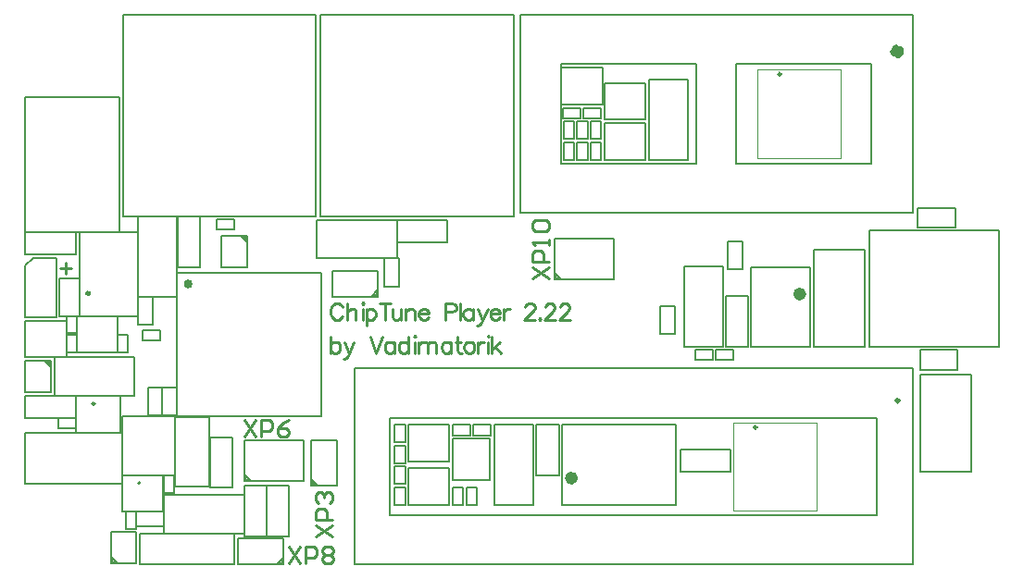
<source format=gto>
G04 Layer_Color=65535*
%FSLAX44Y44*%
%MOMM*%
G71*
G01*
G75*
%ADD48C,0.3000*%
%ADD50C,0.4000*%
%ADD51C,0.1500*%
%ADD52C,0.6000*%
%ADD54C,1.0000*%
%ADD69C,0.2500*%
%ADD70C,0.2000*%
%ADD71C,0.1000*%
%ADD72C,0.2540*%
%ADD73R,0.5000X0.2000*%
%ADD74R,0.2250X0.3500*%
%ADD75R,0.0750X0.1750*%
%ADD76R,0.2000X0.5000*%
%ADD77R,0.3500X0.2250*%
%ADD78R,0.1750X0.0750*%
D48*
X61596Y252250D02*
G03*
X61596Y252250I-1346J0D01*
G01*
X801914Y154000D02*
G03*
X801914Y154000I-1414J0D01*
G01*
D50*
X153750Y260750D02*
G03*
X153750Y260750I-2000J0D01*
G01*
D51*
X94500Y36250D02*
X104000D01*
Y52250D01*
X94500D02*
X104000D01*
X94500Y36250D02*
Y52250D01*
X87250Y198000D02*
X96750D01*
Y214000D01*
X87250D02*
X96750D01*
X87250Y198000D02*
Y214000D01*
X494000Y58000D02*
Y131750D01*
Y58000D02*
X508250D01*
X597500D01*
X494000Y131750D02*
X597500D01*
Y58000D02*
Y131750D01*
X95000Y139250D02*
X139750D01*
X91250D02*
X95000D01*
X91250Y85750D02*
Y139250D01*
X139750Y85750D02*
Y139250D01*
X91250Y85750D02*
X139750D01*
X878250Y309500D02*
X893000D01*
Y203500D02*
Y309500D01*
X774500Y203500D02*
X893000D01*
X774500D02*
Y309500D01*
X871750D01*
X878250D01*
X666500Y276000D02*
X712500D01*
X666500Y264750D02*
Y276000D01*
Y203500D02*
Y264750D01*
Y203500D02*
X676250D01*
X720250D01*
Y212000D01*
Y276000D01*
X712500D02*
X720250D01*
X415750Y58500D02*
Y74500D01*
X406250Y58500D02*
X415750D01*
X406250D02*
Y74500D01*
X415750D01*
X470250Y131750D02*
X490750D01*
X470250Y85750D02*
Y131750D01*
Y85750D02*
X490750D01*
Y131750D01*
X403250Y58500D02*
Y74500D01*
X393750Y58500D02*
X403250D01*
X393750D02*
Y74500D01*
X403250D01*
X393750Y111250D02*
Y119000D01*
X427250D01*
Y81500D02*
Y119000D01*
X393750Y81500D02*
X427250D01*
X393750D02*
Y108500D01*
Y111250D01*
X393750Y131750D02*
X409750D01*
Y122250D02*
Y131750D01*
X393750Y122250D02*
X409750D01*
X393750D02*
Y131750D01*
X431750Y58250D02*
Y131750D01*
X467250D01*
Y58250D02*
Y131750D01*
X431750Y58250D02*
X467250D01*
X412750Y122250D02*
X428750D01*
X412750D02*
Y131750D01*
X428750D01*
Y122250D02*
Y131750D01*
X517000Y374500D02*
Y390500D01*
X507500Y374500D02*
X517000D01*
X507500D02*
Y390500D01*
X517000D01*
X507500Y393500D02*
Y409500D01*
X517000D01*
Y393500D02*
Y409500D01*
X507500Y393500D02*
X517000D01*
X522750Y458500D02*
X530500D01*
Y425000D02*
Y458500D01*
X493000Y425000D02*
X530500D01*
X493000D02*
Y458500D01*
X520000D01*
X522750D01*
X495000Y393500D02*
Y409500D01*
X504500D01*
Y393500D02*
Y409500D01*
X495000Y393500D02*
X504500D01*
X494500Y412500D02*
X510500D01*
X494500D02*
Y422000D01*
X510500D01*
Y412500D02*
Y422000D01*
X608500Y374500D02*
Y448000D01*
X573000Y374500D02*
X608500D01*
X573000D02*
Y448000D01*
X608500D01*
X141750Y139250D02*
Y185000D01*
Y139250D02*
X229750D01*
X228250D02*
X273250D01*
Y237250D01*
Y270750D01*
X172250D02*
X273250D01*
X141750D02*
X172250D01*
X141750Y213500D02*
Y270750D01*
Y185000D02*
Y213500D01*
X129500Y38750D02*
Y52250D01*
X104000D02*
X129500D01*
X104000Y38750D02*
Y52250D01*
Y38750D02*
X129500D01*
Y32500D02*
Y68000D01*
Y32500D02*
X203000D01*
Y68000D01*
X129500D02*
X203000D01*
X171500Y74500D02*
X192000D01*
Y120500D01*
X171500D02*
X192000D01*
X171500Y74500D02*
Y120500D01*
X128250Y165750D02*
X141750D01*
X128250Y140250D02*
Y165750D01*
Y140250D02*
X141750D01*
Y165750D01*
X114750D02*
X128250D01*
X114750Y140250D02*
Y165750D01*
Y140250D02*
X128250D01*
Y165750D01*
X110250Y218750D02*
X126250D01*
Y209250D02*
Y218750D01*
X110250Y209250D02*
X126250D01*
X110250D02*
Y218750D01*
X223500Y29750D02*
X244000D01*
Y75750D01*
X223500D02*
X244000D01*
X223500Y29750D02*
Y75750D01*
X203000Y29750D02*
X223500D01*
Y75750D01*
X203000D02*
X223500D01*
X203000Y29750D02*
Y75750D01*
X325250Y249250D02*
Y255250D01*
X325250Y249250D02*
X325250Y249250D01*
X319250Y249250D02*
X325250D01*
X283500D02*
X319250D01*
X325250Y255250D01*
Y272750D01*
X319750D02*
X325250D01*
X283500D02*
X319750D01*
X283500Y249250D02*
Y272750D01*
X200000Y305000D02*
X203750D01*
X182000D02*
X200000D01*
X182000Y300250D02*
Y305000D01*
Y276000D02*
Y300250D01*
Y276000D02*
X189500D01*
X205500D01*
Y278750D01*
Y305000D01*
X203750D02*
X205500D01*
X199500D02*
X205500D01*
X205500Y305000D01*
Y299000D02*
Y305000D01*
X199500Y305000D02*
X205500Y299000D01*
X2750Y230250D02*
X31250D01*
Y284750D01*
X10250D02*
X31250D01*
X2750Y277250D02*
X10250Y284750D01*
X2750Y230250D02*
Y277250D01*
X342750Y319500D02*
X388750D01*
Y299000D02*
Y319500D01*
X342750Y299000D02*
X388750D01*
X342750D02*
Y319500D01*
X269250Y284000D02*
X342750D01*
X269250D02*
Y319500D01*
X342750D01*
Y284000D02*
Y319500D01*
X344750Y258500D02*
Y284000D01*
X331250Y258500D02*
X344750D01*
X331250D02*
Y284000D01*
X344750D01*
X72000Y308250D02*
X88750D01*
Y431750D01*
X86250D02*
X88750D01*
X2750D02*
X86250D01*
X2750Y317750D02*
Y431750D01*
Y308250D02*
X68500D01*
X2750D02*
Y317750D01*
X68500Y308250D02*
X72000D01*
X529500Y412500D02*
Y422000D01*
X513500D02*
X529500D01*
X513500Y412500D02*
Y422000D01*
Y412500D02*
X529500D01*
X340750Y112500D02*
X350250D01*
X340750Y96500D02*
Y112500D01*
Y96500D02*
X350250D01*
Y112500D01*
X129500Y85500D02*
X139000D01*
X129500Y69500D02*
Y85500D01*
Y69500D02*
X139000D01*
Y85500D01*
X540250Y411000D02*
X543000D01*
X570000D01*
Y444500D01*
X532500D02*
X570000D01*
X532500Y411000D02*
Y444500D01*
Y411000D02*
X540250D01*
X361000Y98250D02*
X363750D01*
X390750D01*
Y131750D01*
X353250D02*
X390750D01*
X353250Y98250D02*
Y131750D01*
Y98250D02*
X361000D01*
X495000Y374500D02*
X504500D01*
Y390500D01*
X495000D02*
X504500D01*
X495000Y374500D02*
Y390500D01*
X340750Y131750D02*
X350250D01*
X340750Y115750D02*
Y131750D01*
Y115750D02*
X350250D01*
Y131750D01*
X91250Y52250D02*
X98500D01*
X91250D02*
Y85750D01*
X128750D01*
Y52250D02*
Y85750D01*
X103250Y52250D02*
X128750D01*
X98500D02*
X103250D01*
X520000Y409500D02*
X529500D01*
X520000Y393500D02*
Y409500D01*
Y393500D02*
X529500D01*
Y409500D01*
X340750Y93500D02*
X350250D01*
X340750Y77500D02*
Y93500D01*
Y77500D02*
X350250D01*
Y93500D01*
X2750Y78250D02*
X91250D01*
X2750D02*
Y124750D01*
X91250D01*
Y78250D02*
Y124750D01*
X520000Y390500D02*
X529500D01*
X520000Y374500D02*
Y390500D01*
Y374500D02*
X529500D01*
Y390500D01*
X340750Y74500D02*
X350250D01*
X340750Y58500D02*
Y74500D01*
Y58500D02*
X350250D01*
Y74500D01*
X540250Y374500D02*
X543000D01*
X570000D01*
Y408000D01*
X532500D02*
X570000D01*
X532500Y374500D02*
Y408000D01*
Y374500D02*
X540250D01*
X361000Y58500D02*
X363750D01*
X390750D01*
Y92000D01*
X353250D02*
X390750D01*
X353250Y58500D02*
Y92000D01*
Y58500D02*
X361000D01*
X20750Y190750D02*
X24500D01*
X2750D02*
X20750D01*
X2750Y186000D02*
Y190750D01*
Y161750D02*
Y186000D01*
Y161750D02*
X10250D01*
X26250D01*
Y164500D01*
Y190750D01*
X24500D02*
X26250D01*
X20250D02*
X26250D01*
X26250Y190750D01*
Y184750D02*
Y190750D01*
X20250Y190750D02*
X26250Y184750D01*
X52750Y231500D02*
Y266000D01*
X34250Y231500D02*
X52750D01*
X34250D02*
Y266000D01*
X52750D01*
X76750Y231500D02*
X79500D01*
X49750D02*
X76750D01*
X49750Y198000D02*
Y231500D01*
Y198000D02*
X87250D01*
Y231500D01*
X79500D02*
X87250D01*
X40250Y198000D02*
X49750D01*
Y214000D01*
X40250D02*
X49750D01*
X40250Y198000D02*
Y214000D01*
X106250Y250250D02*
Y301000D01*
Y231500D02*
Y250250D01*
X52750Y231500D02*
X106250D01*
X52750D02*
Y242250D01*
Y308000D01*
X60500D01*
X106250D01*
Y301000D02*
Y308000D01*
X63750Y124750D02*
X67750D01*
X89500D01*
Y158250D01*
X49000D02*
X89500D01*
X49000Y124750D02*
Y158250D01*
Y124750D02*
X63750D01*
X40250Y215500D02*
X49750D01*
Y231500D01*
X40250D02*
X49750D01*
X40250Y215500D02*
Y231500D01*
X2750Y137750D02*
X48750D01*
X2750D02*
Y158250D01*
X48750D01*
Y137750D02*
Y158250D01*
Y128250D02*
Y137750D01*
X32750D02*
X48750D01*
X32750Y128250D02*
Y137750D01*
Y128250D02*
X48750D01*
X29250Y193750D02*
X102750D01*
Y158250D02*
Y193750D01*
X29250Y158250D02*
X102750D01*
X29250D02*
Y193750D01*
X29750Y227250D02*
X32500D01*
X2750D02*
X29750D01*
X2750Y193750D02*
Y227250D01*
Y193750D02*
X40250D01*
Y227250D01*
X32500D02*
X40250D01*
X194000Y310750D02*
Y320250D01*
X178000D02*
X194000D01*
X178000Y310750D02*
Y320250D01*
Y310750D02*
X194000D01*
X142000Y276250D02*
Y322250D01*
X162500D01*
Y276250D02*
Y322250D01*
X142000Y276250D02*
X162500D01*
X106250Y248750D02*
Y322250D01*
X141750D01*
Y248750D02*
Y322250D01*
X106250Y248750D02*
X141750D01*
X119750Y223250D02*
Y248750D01*
X106250Y223250D02*
X119750D01*
X106250D02*
Y248750D01*
X119750D01*
X92000Y363000D02*
Y367750D01*
Y507250D01*
X268500D01*
Y322250D02*
Y507250D01*
X92000Y322250D02*
X268500D01*
X92000D02*
Y363000D01*
X82750Y4750D02*
X86500D01*
X104500D01*
Y9500D01*
Y33750D01*
X97000D02*
X104500D01*
X81000D02*
X97000D01*
X81000Y31000D02*
Y33750D01*
Y4750D02*
Y31000D01*
Y4750D02*
X82750D01*
X81000D02*
X87000D01*
X81000Y4750D02*
X81000Y4750D01*
X81000Y4750D02*
Y10750D01*
X87000Y4750D01*
X181500Y4000D02*
X185250D01*
X107500D02*
X181500D01*
X107500D02*
Y10750D01*
Y32500D01*
X120500D01*
X185250Y4000D02*
X194000D01*
Y14000D01*
Y32500D01*
X120500D02*
X194000D01*
X781500Y49000D02*
Y138000D01*
X347250D02*
X781500D01*
X303750Y6000D02*
Y176000D01*
Y4000D02*
Y6000D01*
Y4000D02*
X809000D01*
X814500D01*
Y177750D01*
Y183750D01*
X802250D02*
X814500D01*
X303750Y176000D02*
Y183750D01*
X802250D01*
X336500Y138000D02*
X347250D01*
X336500Y49000D02*
Y138000D01*
Y49000D02*
X357250D01*
X781500D01*
X775000Y507250D02*
X777250D01*
X455250D02*
X775000D01*
X455250Y501500D02*
Y507250D01*
Y326000D02*
Y501500D01*
Y326000D02*
X459500D01*
X814500D01*
Y339500D01*
Y507250D01*
X808750D02*
X814500D01*
X777250D02*
X808750D01*
X763000Y462500D02*
X776000D01*
Y370750D02*
Y462500D01*
X758750Y370750D02*
X776000D01*
X653000D02*
X758750D01*
X653000D02*
Y462500D01*
X763000D01*
X603500D02*
X616000D01*
X493000D02*
X603500D01*
X616000D01*
Y370750D02*
Y462500D01*
X493000Y370750D02*
Y462500D01*
Y370750D02*
X616000D01*
X601750Y89000D02*
X647750D01*
X601750D02*
Y109500D01*
X647750D01*
Y89000D02*
Y109500D01*
X645000Y274000D02*
Y299500D01*
X658500D01*
Y274000D02*
Y299500D01*
X645000Y274000D02*
X658500D01*
X631750Y191500D02*
Y201000D01*
X615750D02*
X631750D01*
X615750Y191500D02*
Y201000D01*
Y191500D02*
X631750D01*
X818750Y330500D02*
X853250D01*
Y312000D02*
Y330500D01*
X818750Y312000D02*
X853250D01*
X818750D02*
Y330500D01*
X723750Y203500D02*
Y292000D01*
X770250D01*
Y203500D02*
Y292000D01*
X723750Y203500D02*
X770250D01*
X821000Y181750D02*
X855500D01*
X821000D02*
Y200250D01*
X855500D01*
Y181750D02*
Y200250D01*
X821000Y89250D02*
Y177750D01*
X867500D01*
Y89250D02*
Y177750D01*
X821000Y89250D02*
X867500D01*
X650000Y191500D02*
Y201000D01*
X634000D02*
X650000D01*
X634000Y191500D02*
Y201000D01*
Y191500D02*
X650000D01*
X643250Y203500D02*
Y249500D01*
X663750D01*
Y203500D02*
Y249500D01*
X643250Y203500D02*
X663750D01*
X605250D02*
X640750D01*
Y277000D01*
X605250D02*
X640750D01*
X605250Y203500D02*
Y277000D01*
X583000Y215000D02*
Y240500D01*
X596500D01*
Y215000D02*
Y240500D01*
X583000Y215000D02*
X596500D01*
X2750Y287750D02*
X48750D01*
X2750D02*
Y308250D01*
X48750D01*
Y287750D02*
Y308250D01*
X273000Y322250D02*
Y363000D01*
Y322250D02*
X449500D01*
Y507250D01*
X273000D02*
X449500D01*
X273000Y367750D02*
Y507250D01*
Y363000D02*
Y367750D01*
X541000Y271000D02*
Y274750D01*
Y302250D01*
X535250D02*
X541000D01*
X486750D02*
X535250D01*
X486750Y264750D02*
Y302250D01*
Y264750D02*
X541000D01*
Y271000D01*
X488500Y264750D02*
X492250D01*
X486750D02*
X488500D01*
X486750D02*
X492750D01*
X486750Y264750D02*
X486750Y264750D01*
X486750Y264750D02*
Y270750D01*
X492750Y264750D01*
X257250Y86750D02*
Y90500D01*
Y118000D01*
X251500D02*
X257250D01*
X203000D02*
X251500D01*
X203000Y80500D02*
Y118000D01*
Y80500D02*
X257250D01*
Y86750D01*
X204750Y80500D02*
X208500D01*
X203000D02*
X204750D01*
X203000D02*
X209000D01*
X203000Y80500D02*
X203000Y80500D01*
X203000Y80500D02*
Y86500D01*
X209000Y80500D01*
X264500Y76250D02*
X270500D01*
X264500Y76250D02*
X264500Y76250D01*
X264500Y76250D02*
Y82250D01*
Y118000D01*
Y82250D02*
X270500Y76250D01*
X288000D01*
Y81750D01*
Y118000D01*
X264500D02*
X288000D01*
X197000Y4000D02*
Y27500D01*
X233250D01*
X238750D01*
Y10000D02*
Y27500D01*
X232750Y4000D02*
X238750Y10000D01*
X197000Y4000D02*
X232750D01*
X238750D01*
X238750Y4000D01*
Y10000D01*
D52*
X505250Y83000D02*
G03*
X505250Y83000I-3000J0D01*
G01*
X714000Y251500D02*
G03*
X714000Y251500I-3000J0D01*
G01*
D54*
X801414Y473500D02*
G03*
X801414Y473500I-1414J0D01*
G01*
D69*
X671750Y129500D02*
G03*
X671750Y129500I-1250J0D01*
G01*
X694000Y452750D02*
G03*
X694000Y452750I-1250J0D01*
G01*
X66500Y151000D02*
G03*
X66500Y151000I-1250J0D01*
G01*
D70*
X108000Y78500D02*
G03*
X108000Y78500I-1000J0D01*
G01*
X140000Y75000D02*
Y139000D01*
X171000D01*
Y75000D02*
Y139000D01*
X140000Y75000D02*
X171000D01*
D71*
X650250Y53000D02*
Y134000D01*
X726250D01*
Y53000D02*
Y134000D01*
X650250Y53000D02*
X726250D01*
X672500Y376250D02*
Y457250D01*
X748500D01*
Y376250D02*
Y457250D01*
X672500Y376250D02*
X748500D01*
D72*
X292923Y239412D02*
X292198Y240863D01*
X290747Y242315D01*
X289296Y243040D01*
X286393D01*
X284942Y242315D01*
X283491Y240863D01*
X282766Y239412D01*
X282040Y237236D01*
Y233608D01*
X282766Y231431D01*
X283491Y229980D01*
X284942Y228529D01*
X286393Y227803D01*
X289296D01*
X290747Y228529D01*
X292198Y229980D01*
X292923Y231431D01*
X297204Y243040D02*
Y227803D01*
Y235059D02*
X299381Y237236D01*
X300832Y237961D01*
X303009D01*
X304460Y237236D01*
X305185Y235059D01*
Y227803D01*
X310627Y243040D02*
X311353Y242315D01*
X312078Y243040D01*
X311353Y243766D01*
X310627Y243040D01*
X311353Y237961D02*
Y227803D01*
X314763Y237961D02*
Y222724D01*
Y235785D02*
X316214Y237236D01*
X317665Y237961D01*
X319842D01*
X321293Y237236D01*
X322744Y235785D01*
X323469Y233608D01*
Y232157D01*
X322744Y229980D01*
X321293Y228529D01*
X319842Y227803D01*
X317665D01*
X316214Y228529D01*
X314763Y229980D01*
X331813Y243040D02*
Y227803D01*
X326734Y243040D02*
X336892D01*
X338706Y237961D02*
Y230706D01*
X339432Y228529D01*
X340883Y227803D01*
X343060D01*
X344511Y228529D01*
X346687Y230706D01*
Y237961D02*
Y227803D01*
X350678Y237961D02*
Y227803D01*
Y235059D02*
X352855Y237236D01*
X354306Y237961D01*
X356482D01*
X357934Y237236D01*
X358659Y235059D01*
Y227803D01*
X362650Y233608D02*
X371356D01*
Y235059D01*
X370631Y236510D01*
X369905Y237236D01*
X368454Y237961D01*
X366277D01*
X364826Y237236D01*
X363375Y235785D01*
X362650Y233608D01*
Y232157D01*
X363375Y229980D01*
X364826Y228529D01*
X366277Y227803D01*
X368454D01*
X369905Y228529D01*
X371356Y229980D01*
X386593Y235059D02*
X393123D01*
X395300Y235785D01*
X396025Y236510D01*
X396751Y237961D01*
Y240138D01*
X396025Y241589D01*
X395300Y242315D01*
X393123Y243040D01*
X386593D01*
Y227803D01*
X400161Y243040D02*
Y227803D01*
X412060Y237961D02*
Y227803D01*
Y235785D02*
X410609Y237236D01*
X409158Y237961D01*
X406981D01*
X405530Y237236D01*
X404079Y235785D01*
X403354Y233608D01*
Y232157D01*
X404079Y229980D01*
X405530Y228529D01*
X406981Y227803D01*
X409158D01*
X410609Y228529D01*
X412060Y229980D01*
X416849Y237961D02*
X421202Y227803D01*
X425556Y237961D02*
X421202Y227803D01*
X419751Y224901D01*
X418300Y223450D01*
X416849Y222724D01*
X416123D01*
X428095Y233608D02*
X436802D01*
Y235059D01*
X436076Y236510D01*
X435351Y237236D01*
X433899Y237961D01*
X431723D01*
X430272Y237236D01*
X428821Y235785D01*
X428095Y233608D01*
Y232157D01*
X428821Y229980D01*
X430272Y228529D01*
X431723Y227803D01*
X433899D01*
X435351Y228529D01*
X436802Y229980D01*
X440067Y237961D02*
Y227803D01*
Y233608D02*
X440792Y235785D01*
X442243Y237236D01*
X443695Y237961D01*
X445871D01*
X459947Y239412D02*
Y240138D01*
X460673Y241589D01*
X461398Y242315D01*
X462849Y243040D01*
X465752D01*
X467203Y242315D01*
X467928Y241589D01*
X468654Y240138D01*
Y238687D01*
X467928Y237236D01*
X466477Y235059D01*
X459222Y227803D01*
X469379D01*
X473515Y229255D02*
X472789Y228529D01*
X473515Y227803D01*
X474241Y228529D01*
X473515Y229255D01*
X478304Y239412D02*
Y240138D01*
X479029Y241589D01*
X479755Y242315D01*
X481206Y243040D01*
X484108D01*
X485559Y242315D01*
X486285Y241589D01*
X487010Y240138D01*
Y238687D01*
X486285Y237236D01*
X484834Y235059D01*
X477578Y227803D01*
X487736D01*
X491872Y239412D02*
Y240138D01*
X492597Y241589D01*
X493323Y242315D01*
X494774Y243040D01*
X497676D01*
X499127Y242315D01*
X499853Y241589D01*
X500578Y240138D01*
Y238687D01*
X499853Y237236D01*
X498402Y235059D01*
X491146Y227803D01*
X501304D01*
X282040Y212856D02*
Y197619D01*
Y205600D02*
X283491Y207051D01*
X284942Y207777D01*
X287119D01*
X288570Y207051D01*
X290021Y205600D01*
X290747Y203423D01*
Y201972D01*
X290021Y199796D01*
X288570Y198344D01*
X287119Y197619D01*
X284942D01*
X283491Y198344D01*
X282040Y199796D01*
X294737Y207777D02*
X299091Y197619D01*
X303444Y207777D02*
X299091Y197619D01*
X297640Y194717D01*
X296188Y193266D01*
X294737Y192540D01*
X294012D01*
X317955Y212856D02*
X323760Y197619D01*
X329564Y212856D02*
X323760Y197619D01*
X340230Y207777D02*
Y197619D01*
Y205600D02*
X338779Y207051D01*
X337328Y207777D01*
X335151D01*
X333700Y207051D01*
X332249Y205600D01*
X331523Y203423D01*
Y201972D01*
X332249Y199796D01*
X333700Y198344D01*
X335151Y197619D01*
X337328D01*
X338779Y198344D01*
X340230Y199796D01*
X353000Y212856D02*
Y197619D01*
Y205600D02*
X351549Y207051D01*
X350097Y207777D01*
X347921D01*
X346470Y207051D01*
X345019Y205600D01*
X344293Y203423D01*
Y201972D01*
X345019Y199796D01*
X346470Y198344D01*
X347921Y197619D01*
X350097D01*
X351549Y198344D01*
X353000Y199796D01*
X358514Y212856D02*
X359240Y212130D01*
X359965Y212856D01*
X359240Y213581D01*
X358514Y212856D01*
X359240Y207777D02*
Y197619D01*
X362650Y207777D02*
Y197619D01*
Y204874D02*
X364826Y207051D01*
X366277Y207777D01*
X368454D01*
X369905Y207051D01*
X370631Y204874D01*
Y197619D01*
Y204874D02*
X372807Y207051D01*
X374258Y207777D01*
X376435D01*
X377886Y207051D01*
X378612Y204874D01*
Y197619D01*
X392107Y207777D02*
Y197619D01*
Y205600D02*
X390656Y207051D01*
X389205Y207777D01*
X387028D01*
X385577Y207051D01*
X384126Y205600D01*
X383401Y203423D01*
Y201972D01*
X384126Y199796D01*
X385577Y198344D01*
X387028Y197619D01*
X389205D01*
X390656Y198344D01*
X392107Y199796D01*
X398347Y212856D02*
Y200521D01*
X399073Y198344D01*
X400524Y197619D01*
X401975D01*
X396170Y207777D02*
X401249D01*
X407779D02*
X406328Y207051D01*
X404877Y205600D01*
X404151Y203423D01*
Y201972D01*
X404877Y199796D01*
X406328Y198344D01*
X407779Y197619D01*
X409956D01*
X411407Y198344D01*
X412858Y199796D01*
X413584Y201972D01*
Y203423D01*
X412858Y205600D01*
X411407Y207051D01*
X409956Y207777D01*
X407779D01*
X416921D02*
Y197619D01*
Y203423D02*
X417647Y205600D01*
X419098Y207051D01*
X420549Y207777D01*
X422726D01*
X425555Y212856D02*
X426281Y212130D01*
X427007Y212856D01*
X426281Y213581D01*
X425555Y212856D01*
X426281Y207777D02*
Y197619D01*
X429691Y212856D02*
Y197619D01*
X436947Y207777D02*
X429691Y200521D01*
X432593Y203423D02*
X437672Y197619D01*
X244000Y20485D02*
X254157Y5250D01*
Y20485D02*
X244000Y5250D01*
X259235D02*
Y20485D01*
X266853D01*
X269392Y17946D01*
Y12867D01*
X266853Y10328D01*
X259235D01*
X274470Y17946D02*
X277009Y20485D01*
X282088D01*
X284627Y17946D01*
Y15407D01*
X282088Y12867D01*
X284627Y10328D01*
Y7789D01*
X282088Y5250D01*
X277009D01*
X274470Y7789D01*
Y10328D01*
X277009Y12867D01*
X274470Y15407D01*
Y17946D01*
X277009Y12867D02*
X282088D01*
X268265Y29750D02*
X283500Y39907D01*
X268265D02*
X283500Y29750D01*
Y44985D02*
X268265D01*
Y52603D01*
X270804Y55142D01*
X275882D01*
X278422Y52603D01*
Y44985D01*
X270804Y60220D02*
X268265Y62759D01*
Y67838D01*
X270804Y70377D01*
X273343D01*
X275882Y67838D01*
Y65299D01*
Y67838D01*
X278422Y70377D01*
X280961D01*
X283500Y67838D01*
Y62759D01*
X280961Y60220D01*
X203500Y136235D02*
X213657Y121000D01*
Y136235D02*
X203500Y121000D01*
X218735D02*
Y136235D01*
X226353D01*
X228892Y133696D01*
Y128617D01*
X226353Y126078D01*
X218735D01*
X244127Y136235D02*
X239049Y133696D01*
X233970Y128617D01*
Y123539D01*
X236509Y121000D01*
X241588D01*
X244127Y123539D01*
Y126078D01*
X241588Y128617D01*
X233970D01*
X466265Y265750D02*
X481500Y275907D01*
X466265D02*
X481500Y265750D01*
Y280985D02*
X466265D01*
Y288603D01*
X468804Y291142D01*
X473882D01*
X476422Y288603D01*
Y280985D01*
X481500Y296220D02*
Y301299D01*
Y298759D01*
X466265D01*
X468804Y296220D01*
Y308916D02*
X466265Y311455D01*
Y316534D01*
X468804Y319073D01*
X478961D01*
X481500Y316534D01*
Y311455D01*
X478961Y308916D01*
X468804D01*
X35000Y275368D02*
X45157D01*
X40078Y280446D02*
Y270289D01*
D73*
X322750Y250250D02*
D03*
X236250Y5000D02*
D03*
D74*
X324125Y251750D02*
D03*
X237625Y6500D02*
D03*
D75*
X322626Y251625D02*
D03*
X236130Y6375D02*
D03*
D76*
X204500Y302500D02*
D03*
X25250Y188250D02*
D03*
X82000Y7250D02*
D03*
X487750Y267250D02*
D03*
X204000Y83000D02*
D03*
X265500Y78750D02*
D03*
D77*
X203000Y303875D02*
D03*
X23750Y189625D02*
D03*
X83500Y5875D02*
D03*
X489250Y265875D02*
D03*
X205500Y81625D02*
D03*
X267000Y77375D02*
D03*
D78*
X203125Y302375D02*
D03*
X23875Y188125D02*
D03*
X83375Y7375D02*
D03*
X489125Y267377D02*
D03*
X205375Y83129D02*
D03*
X266874Y78873D02*
D03*
M02*

</source>
